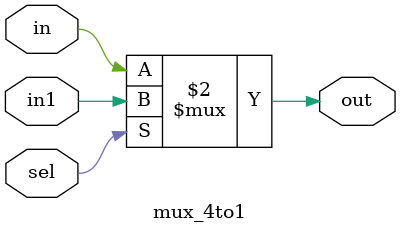
<source format=v>
module mux_4to1(in, in1, out, sel);
  input wire in, in1, sel;
  output wire out;
  
  assign out = ((sel == 0) ? in : in1);
endmodule

</source>
